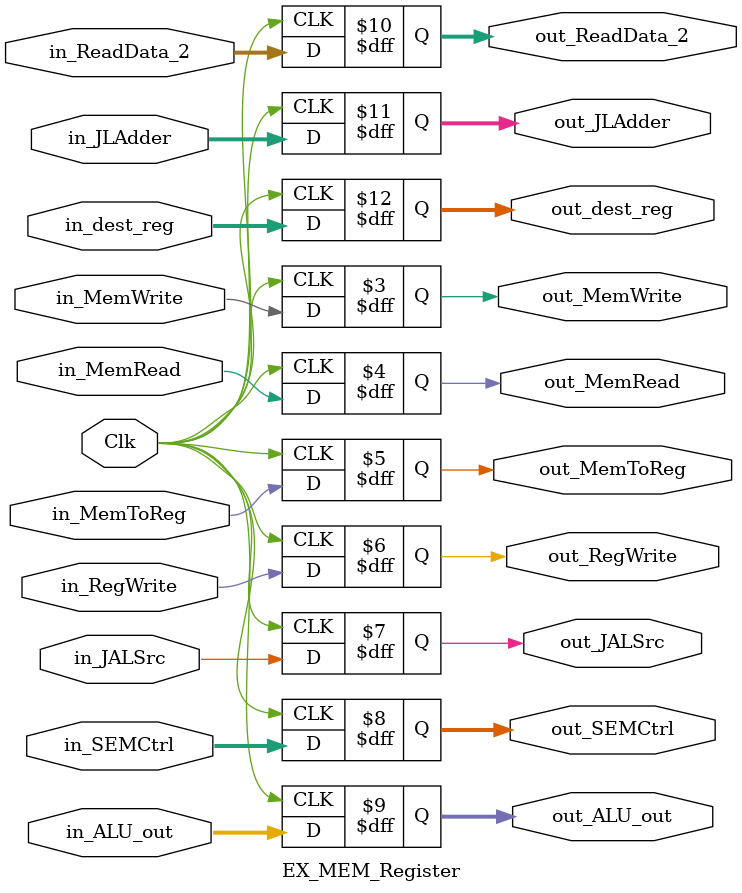
<source format=v>
`timescale 1ns / 1ps


module EX_MEM_Register(Clk, in_ALU_out, in_ReadData_2, in_dest_reg, in_MemWrite, in_MemRead, in_MemToReg, in_RegWrite,
                        out_ALU_out, out_ReadData_2, out_dest_reg, out_MemWrite, out_MemRead, out_MemToReg, out_RegWrite,
                        in_SEMCtrl, out_SEMCtrl,
                        in_JLAdder, out_JLAdder,
                        in_JALSrc, out_JALSrc);


//module EX_MEM_Register(Clkc
//                       in_ALU_out       , out_ALU_out,
//                       in_ReadData_2    , out_ReadData_2,
//                       in_dest_reg      , out_dest_reg,
//                       in_MemWrite      , out_MemWrite,
//                       in_MemRead       , out_MemRead,
//                       in_MemToReg      , out_MemToReg,
//                       in_RegWrite      , out_RegWrite,
//                       in_adder_1       , out_adder_1,
//                       in_branch        , out_branch,
//                       in_zero          , out_zero,
//                       in_SEMCtrl       , out_SEMCtrl,
//                       in_JLAdder       , out_JLAdder,
//                       in_JALSrc        , out_JALSrc);




input Clk, in_MemWrite, in_MemRead, in_MemToReg, in_RegWrite, in_JALSrc;
input [1:0] in_SEMCtrl;
input [31:0] in_ALU_out, in_ReadData_2, in_JLAdder;
input [4:0] in_dest_reg;

output reg out_MemWrite, out_MemRead, out_MemToReg, out_RegWrite, out_JALSrc;
output reg [1:0] out_SEMCtrl;
output reg [31:0] out_ALU_out, out_ReadData_2, out_JLAdder;
output reg [4:0] out_dest_reg;

    initial begin
        out_JALSrc     <= 0;
        out_JLAdder    <= 0;
        out_SEMCtrl    <= 0;
        out_ALU_out    <= 0;
        out_ReadData_2 <= 0;
        out_dest_reg   <= 0;
        out_MemWrite   <= 0;
        out_MemRead    <= 0;
        out_MemToReg   <= 0;
        out_RegWrite   <= 0;
    end



    always @ (posedge Clk)  begin
        out_JALSrc     <= in_JALSrc;
        out_JLAdder    <= in_JLAdder;
        out_SEMCtrl    <= in_SEMCtrl;
        out_ALU_out    <= in_ALU_out;
        out_ReadData_2 <= in_ReadData_2;
        out_dest_reg   <= in_dest_reg;
        out_MemWrite   <= in_MemWrite;
        out_MemRead    <= in_MemRead;
        out_MemToReg   <= in_MemToReg;
        out_RegWrite   <= in_RegWrite;
    end


endmodule

</source>
